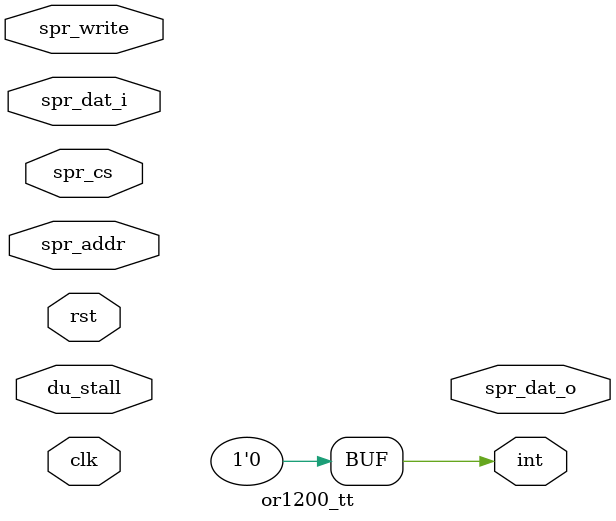
<source format=v>


module or1200_tt(
	// RISC Internal Interface
	clk, rst, du_stall,
	spr_cs, spr_write, spr_addr, spr_dat_i, spr_dat_o,
	int
);

//
// RISC Internal Interface
//
input		clk;		// Clock
input		rst;		// Reset
input		du_stall;	// DU stall
input		spr_cs;		// SPR CS
input		spr_write;	// SPR Write
input	[31:0]	spr_addr;	// SPR Address
input	[31:0]	spr_dat_i;	// SPR Write Data
output	[31:0]	spr_dat_o;	// SPR Read Data
output		int;		// Interrupt output

`ifdef OR1200_TT_IMPLEMENTED

//
// TT Mode Register bits (or no register)
//
`ifdef OR1200_TT_TTMR
reg	[31:0]	ttmr;	// TTMR bits
`else
wire	[31:0]	ttmr;	// No TTMR register
`endif

//
// TT Count Register bits (or no register)
//
`ifdef OR1200_TT_TTCR
reg	[31:0]	ttcr;	// TTCR bits
`else
wire	[31:0]	ttcr;	// No TTCR register
`endif

//
// Internal wires & regs
//
wire		ttmr_sel;	// TTMR select
wire		ttcr_sel;	// TTCR select
wire		match;		// Asserted when TTMR[TP]
				// is equal to TTCR[27:0]
wire		restart;	// Restart counter when asserted
wire		stop;		// Stop counter when asserted
reg	[31:0] 	spr_dat_o;	// SPR data out

//
// TT registers address decoder
//
assign ttmr_sel = (spr_cs && (spr_addr[`OR1200_TTOFS_BITS] == `OR1200_TT_OFS_TTMR)) ? 1'b1 : 1'b0;
assign ttcr_sel = (spr_cs && (spr_addr[`OR1200_TTOFS_BITS] == `OR1200_TT_OFS_TTCR)) ? 1'b1 : 1'b0;

//
// Write to TTMR or update of TTMR[IP] bit
//
`ifdef OR1200_TT_TTMR
always @(posedge clk or posedge rst)
	if (rst)
		ttmr <= 32'b0;
	else if (ttmr_sel && spr_write)
		ttmr <=  spr_dat_i;
	else if (ttmr[`OR1200_TT_TTMR_IE])
		ttmr[`OR1200_TT_TTMR_IP] <=  ttmr[`OR1200_TT_TTMR_IP] | (match & ttmr[`OR1200_TT_TTMR_IE]);
`else
assign ttmr = {2'b11, 30'b0};	// TTMR[M] = 0x3
`endif

//
// Write to or increment of TTCR
//
`ifdef OR1200_TT_TTCR
always @(posedge clk or posedge rst)
	if (rst)
		ttcr <= 32'b0;
	else if (restart)
		ttcr <=  32'b0;
	else if (ttcr_sel && spr_write)
		ttcr <=  spr_dat_i;
	else if (!stop)
		ttcr <=  ttcr + 1'd1;
`else
assign ttcr = 32'b0;
`endif

//
// Read TT registers
//
always @(spr_addr or ttmr or ttcr)
	case (spr_addr[`OR1200_TTOFS_BITS])	// synopsys parallel_case
`ifdef OR1200_TT_READREGS
		`OR1200_TT_OFS_TTMR: spr_dat_o = ttmr;
`endif
		default: spr_dat_o = ttcr;
	endcase

//
// A match when TTMR[TP] is equal to TTCR[27:0]
//
assign match = (ttmr[`OR1200_TT_TTMR_TP] == ttcr[27:0]) ? 1'b1 : 1'b0;

//
// Restart when match and TTMR[M]==0x1
//
assign restart = match && (ttmr[`OR1200_TT_TTMR_M] == 2'b01);

//
// Stop when match and TTMR[M]==0x2 or when TTMR[M]==0x0 or when RISC is stalled by debug unit
//
assign stop = match & (ttmr[`OR1200_TT_TTMR_M] == 2'b10) | (ttmr[`OR1200_TT_TTMR_M] == 2'b00) | du_stall;

//
// Generate an interrupt request
//
assign int = ttmr[`OR1200_TT_TTMR_IP];

`else

//
// When TT is not implemented, drive all outputs as would when TT is disabled
//
assign int = 1'b0;

//
// Read TT registers
//
`ifdef OR1200_TT_READREGS
assign spr_dat_o = 32'b0;
`endif

`endif

endmodule

</source>
